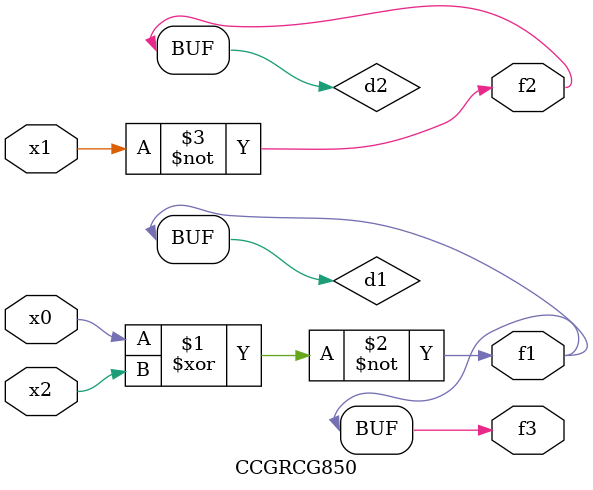
<source format=v>
module CCGRCG850(
	input x0, x1, x2,
	output f1, f2, f3
);

	wire d1, d2, d3;

	xnor (d1, x0, x2);
	nand (d2, x1);
	nor (d3, x1, x2);
	assign f1 = d1;
	assign f2 = d2;
	assign f3 = d1;
endmodule

</source>
